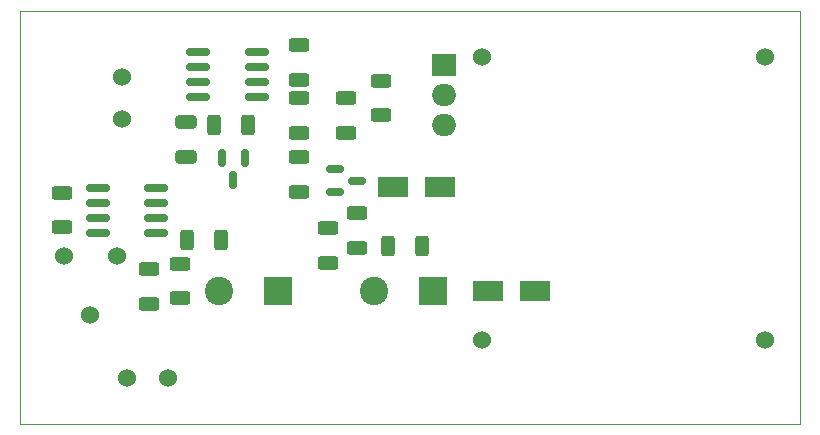
<source format=gbr>
%TF.GenerationSoftware,KiCad,Pcbnew,(6.0.4)*%
%TF.CreationDate,2022-08-11T21:30:40-04:00*%
%TF.ProjectId,flyback_2,666c7962-6163-46b5-9f32-2e6b69636164,rev?*%
%TF.SameCoordinates,Original*%
%TF.FileFunction,Soldermask,Top*%
%TF.FilePolarity,Negative*%
%FSLAX46Y46*%
G04 Gerber Fmt 4.6, Leading zero omitted, Abs format (unit mm)*
G04 Created by KiCad (PCBNEW (6.0.4)) date 2022-08-11 21:30:40*
%MOMM*%
%LPD*%
G01*
G04 APERTURE LIST*
G04 Aperture macros list*
%AMRoundRect*
0 Rectangle with rounded corners*
0 $1 Rounding radius*
0 $2 $3 $4 $5 $6 $7 $8 $9 X,Y pos of 4 corners*
0 Add a 4 corners polygon primitive as box body*
4,1,4,$2,$3,$4,$5,$6,$7,$8,$9,$2,$3,0*
0 Add four circle primitives for the rounded corners*
1,1,$1+$1,$2,$3*
1,1,$1+$1,$4,$5*
1,1,$1+$1,$6,$7*
1,1,$1+$1,$8,$9*
0 Add four rect primitives between the rounded corners*
20,1,$1+$1,$2,$3,$4,$5,0*
20,1,$1+$1,$4,$5,$6,$7,0*
20,1,$1+$1,$6,$7,$8,$9,0*
20,1,$1+$1,$8,$9,$2,$3,0*%
G04 Aperture macros list end*
%TA.AperFunction,Profile*%
%ADD10C,0.100000*%
%TD*%
%ADD11RoundRect,0.150000X-0.825000X-0.150000X0.825000X-0.150000X0.825000X0.150000X-0.825000X0.150000X0*%
%ADD12RoundRect,0.250000X-0.625000X0.312500X-0.625000X-0.312500X0.625000X-0.312500X0.625000X0.312500X0*%
%ADD13RoundRect,0.150000X-0.587500X-0.150000X0.587500X-0.150000X0.587500X0.150000X-0.587500X0.150000X0*%
%ADD14RoundRect,0.250000X0.625000X-0.312500X0.625000X0.312500X-0.625000X0.312500X-0.625000X-0.312500X0*%
%ADD15RoundRect,0.250000X-0.312500X-0.625000X0.312500X-0.625000X0.312500X0.625000X-0.312500X0.625000X0*%
%ADD16RoundRect,0.150000X-0.150000X0.587500X-0.150000X-0.587500X0.150000X-0.587500X0.150000X0.587500X0*%
%ADD17RoundRect,0.250000X0.312500X0.625000X-0.312500X0.625000X-0.312500X-0.625000X0.312500X-0.625000X0*%
%ADD18RoundRect,0.250000X-0.650000X0.325000X-0.650000X-0.325000X0.650000X-0.325000X0.650000X0.325000X0*%
%ADD19R,2.500000X1.800000*%
%ADD20C,1.524000*%
%ADD21R,2.000000X1.905000*%
%ADD22O,2.000000X1.905000*%
%ADD23R,2.400000X2.400000*%
%ADD24C,2.400000*%
G04 APERTURE END LIST*
D10*
X78429223Y-85105082D02*
X144429223Y-85105082D01*
X144429223Y-85105082D02*
X144429223Y-120105082D01*
X144429223Y-120105082D02*
X78429223Y-120105082D01*
X78429223Y-120105082D02*
X78429223Y-85105082D01*
D11*
%TO.C,U1*%
X93525000Y-88595000D03*
X93525000Y-89865000D03*
X93525000Y-91135000D03*
X93525000Y-92405000D03*
X98475000Y-92405000D03*
X98475000Y-91135000D03*
X98475000Y-89865000D03*
X98475000Y-88595000D03*
%TD*%
D12*
%TO.C,R2*%
X102000000Y-92537500D03*
X102000000Y-95462500D03*
%TD*%
D13*
%TO.C,Q2*%
X105062500Y-98550000D03*
X105062500Y-100450000D03*
X106937500Y-99500000D03*
%TD*%
D12*
%TO.C,R1*%
X102000000Y-88037500D03*
X102000000Y-90962500D03*
%TD*%
D14*
%TO.C,R4*%
X102000000Y-100462500D03*
X102000000Y-97537500D03*
%TD*%
D15*
%TO.C,R7*%
X109537500Y-105000000D03*
X112462500Y-105000000D03*
%TD*%
D14*
%TO.C,J1*%
X104500000Y-106462500D03*
X104500000Y-103537500D03*
%TD*%
%TO.C,J1*%
X109000000Y-93962500D03*
X109000000Y-91037500D03*
%TD*%
D16*
%TO.C,Q1*%
X97435877Y-97538690D03*
X95535877Y-97538690D03*
X96485877Y-99413690D03*
%TD*%
D17*
%TO.C,R6*%
X95462500Y-104500000D03*
X92537500Y-104500000D03*
%TD*%
D14*
%TO.C,J1*%
X89329059Y-109943208D03*
X89329059Y-107018208D03*
%TD*%
D18*
%TO.C,C1*%
X92500000Y-94525000D03*
X92500000Y-97475000D03*
%TD*%
D14*
%TO.C,J1*%
X91949446Y-109462500D03*
X91949446Y-106537500D03*
%TD*%
D11*
%TO.C,U2*%
X85025000Y-100095000D03*
X85025000Y-101365000D03*
X85025000Y-102635000D03*
X85025000Y-103905000D03*
X89975000Y-103905000D03*
X89975000Y-102635000D03*
X89975000Y-101365000D03*
X89975000Y-100095000D03*
%TD*%
D19*
%TO.C,D2*%
X110000000Y-100000000D03*
X114000000Y-100000000D03*
%TD*%
D14*
%TO.C,R8*%
X106000000Y-95462500D03*
X106000000Y-92537500D03*
%TD*%
D19*
%TO.C,D1*%
X118011721Y-108883516D03*
X122011721Y-108883516D03*
%TD*%
D14*
%TO.C,J1*%
X106985501Y-105167765D03*
X106985501Y-102242765D03*
%TD*%
D15*
%TO.C,R3*%
X94829945Y-94804654D03*
X97754945Y-94804654D03*
%TD*%
D14*
%TO.C,R5*%
X82000000Y-103462500D03*
X82000000Y-100537500D03*
%TD*%
D20*
%TO.C,RV1*%
X82121244Y-105908241D03*
X86621244Y-105908241D03*
X84371244Y-110908241D03*
%TD*%
%TO.C,J2*%
X90961675Y-116216895D03*
X87461675Y-116216895D03*
%TD*%
D21*
%TO.C,Q3*%
X114314468Y-89719597D03*
D22*
X114314468Y-92259597D03*
X114314468Y-94799597D03*
%TD*%
D20*
%TO.C,T1*%
X117500000Y-89000000D03*
X141500000Y-89000000D03*
X117500000Y-113000000D03*
X141500000Y-113000000D03*
%TD*%
%TO.C,J1*%
X87080000Y-90750000D03*
X87080000Y-94250000D03*
%TD*%
D23*
%TO.C,C2*%
X100290109Y-108824725D03*
D24*
X95290109Y-108824725D03*
%TD*%
D23*
%TO.C,C3*%
X113370387Y-108835714D03*
D24*
X108370387Y-108835714D03*
%TD*%
M02*

</source>
